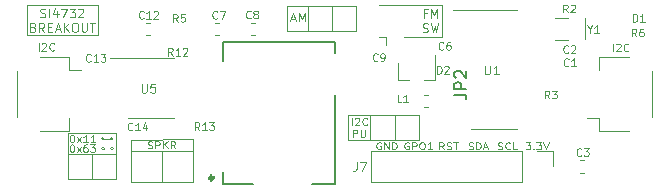
<source format=gbr>
%TF.GenerationSoftware,KiCad,Pcbnew,(5.1.6-0-10_14)*%
%TF.CreationDate,2020-10-15T10:38:44-05:00*%
%TF.ProjectId,MBRadio_4732_BO,4d425261-6469-46f5-9f34-3733325f424f,rev?*%
%TF.SameCoordinates,Original*%
%TF.FileFunction,Legend,Top*%
%TF.FilePolarity,Positive*%
%FSLAX46Y46*%
G04 Gerber Fmt 4.6, Leading zero omitted, Abs format (unit mm)*
G04 Created by KiCad (PCBNEW (5.1.6-0-10_14)) date 2020-10-15 10:38:44*
%MOMM*%
%LPD*%
G01*
G04 APERTURE LIST*
%ADD10C,0.100000*%
%ADD11C,0.120000*%
%ADD12C,0.127000*%
%ADD13C,0.340000*%
%ADD14C,0.150000*%
G04 APERTURE END LIST*
D10*
X80109761Y-94384047D02*
X80109761Y-93734047D01*
X80388333Y-93795952D02*
X80419285Y-93765000D01*
X80481190Y-93734047D01*
X80635952Y-93734047D01*
X80697857Y-93765000D01*
X80728809Y-93795952D01*
X80759761Y-93857857D01*
X80759761Y-93919761D01*
X80728809Y-94012619D01*
X80357380Y-94384047D01*
X80759761Y-94384047D01*
X81409761Y-94322142D02*
X81378809Y-94353095D01*
X81285952Y-94384047D01*
X81224047Y-94384047D01*
X81131190Y-94353095D01*
X81069285Y-94291190D01*
X81038333Y-94229285D01*
X81007380Y-94105476D01*
X81007380Y-94012619D01*
X81038333Y-93888809D01*
X81069285Y-93826904D01*
X81131190Y-93765000D01*
X81224047Y-93734047D01*
X81285952Y-93734047D01*
X81378809Y-93765000D01*
X81409761Y-93795952D01*
X31469761Y-94324047D02*
X31469761Y-93674047D01*
X31748333Y-93735952D02*
X31779285Y-93705000D01*
X31841190Y-93674047D01*
X31995952Y-93674047D01*
X32057857Y-93705000D01*
X32088809Y-93735952D01*
X32119761Y-93797857D01*
X32119761Y-93859761D01*
X32088809Y-93952619D01*
X31717380Y-94324047D01*
X32119761Y-94324047D01*
X32769761Y-94262142D02*
X32738809Y-94293095D01*
X32645952Y-94324047D01*
X32584047Y-94324047D01*
X32491190Y-94293095D01*
X32429285Y-94231190D01*
X32398333Y-94169285D01*
X32367380Y-94045476D01*
X32367380Y-93952619D01*
X32398333Y-93828809D01*
X32429285Y-93766904D01*
X32491190Y-93705000D01*
X32584047Y-93674047D01*
X32645952Y-93674047D01*
X32738809Y-93705000D01*
X32769761Y-93735952D01*
D11*
X54270000Y-91570000D02*
X54270000Y-90520000D01*
X55330000Y-92630000D02*
X56330000Y-92630000D01*
X52540000Y-90510000D02*
X56330000Y-90510000D01*
X52540000Y-92630000D02*
X52540000Y-90510000D01*
X54280000Y-92630000D02*
X52540000Y-92630000D01*
X65590000Y-93190000D02*
X63080000Y-93185000D01*
X65590000Y-90460000D02*
X65590000Y-93190000D01*
X63030000Y-90465000D02*
X65590000Y-90460000D01*
X57710000Y-101890000D02*
X59570000Y-101890000D01*
X57710000Y-99770000D02*
X57710000Y-101890000D01*
X59560000Y-99770000D02*
X57710000Y-99770000D01*
X59560000Y-99770000D02*
X59550000Y-100830000D01*
X61610000Y-99770000D02*
X59560000Y-99770000D01*
X61610000Y-101890000D02*
X60620000Y-101890000D01*
D10*
X57975476Y-100631428D02*
X57975476Y-100031428D01*
X58254047Y-100088571D02*
X58285000Y-100060000D01*
X58346904Y-100031428D01*
X58501666Y-100031428D01*
X58563571Y-100060000D01*
X58594523Y-100088571D01*
X58625476Y-100145714D01*
X58625476Y-100202857D01*
X58594523Y-100288571D01*
X58223095Y-100631428D01*
X58625476Y-100631428D01*
X59275476Y-100574285D02*
X59244523Y-100602857D01*
X59151666Y-100631428D01*
X59089761Y-100631428D01*
X58996904Y-100602857D01*
X58935000Y-100545714D01*
X58904047Y-100488571D01*
X58873095Y-100374285D01*
X58873095Y-100288571D01*
X58904047Y-100174285D01*
X58935000Y-100117142D01*
X58996904Y-100060000D01*
X59089761Y-100031428D01*
X59151666Y-100031428D01*
X59244523Y-100060000D01*
X59275476Y-100088571D01*
X58099285Y-101631428D02*
X58099285Y-101031428D01*
X58346904Y-101031428D01*
X58408809Y-101060000D01*
X58439761Y-101088571D01*
X58470714Y-101145714D01*
X58470714Y-101231428D01*
X58439761Y-101288571D01*
X58408809Y-101317142D01*
X58346904Y-101345714D01*
X58099285Y-101345714D01*
X58749285Y-101031428D02*
X58749285Y-101517142D01*
X58780238Y-101574285D01*
X58811190Y-101602857D01*
X58873095Y-101631428D01*
X58996904Y-101631428D01*
X59058809Y-101602857D01*
X59089761Y-101574285D01*
X59120714Y-101517142D01*
X59120714Y-101031428D01*
D11*
X37600000Y-102620000D02*
X37730000Y-102620000D01*
X36960000Y-102620000D02*
X36970000Y-102620000D01*
X36920000Y-102620000D02*
X36960000Y-102620000D01*
X38060000Y-105200000D02*
X38060000Y-104140000D01*
X36000000Y-105200000D02*
X38060000Y-105200000D01*
X36000000Y-103080000D02*
X36990000Y-103080000D01*
X38050000Y-101300000D02*
X38060000Y-103080000D01*
X33940000Y-101300000D02*
X38050000Y-101300000D01*
X33940000Y-103080000D02*
X33940000Y-101300000D01*
X36920000Y-101790000D02*
X37670000Y-101790000D01*
D10*
X37788167Y-102620000D02*
G75*
G03*
X37788167Y-102620000I-108167J0D01*
G01*
X37038167Y-102620000D02*
G75*
G03*
X37038167Y-102620000I-108167J0D01*
G01*
X37778167Y-101790000D02*
G75*
G03*
X37778167Y-101790000I-108167J0D01*
G01*
X37028167Y-101790000D02*
G75*
G03*
X37028167Y-101790000I-108167J0D01*
G01*
X34273571Y-101454047D02*
X34335476Y-101454047D01*
X34397380Y-101485000D01*
X34428333Y-101515952D01*
X34459285Y-101577857D01*
X34490238Y-101701666D01*
X34490238Y-101856428D01*
X34459285Y-101980238D01*
X34428333Y-102042142D01*
X34397380Y-102073095D01*
X34335476Y-102104047D01*
X34273571Y-102104047D01*
X34211666Y-102073095D01*
X34180714Y-102042142D01*
X34149761Y-101980238D01*
X34118809Y-101856428D01*
X34118809Y-101701666D01*
X34149761Y-101577857D01*
X34180714Y-101515952D01*
X34211666Y-101485000D01*
X34273571Y-101454047D01*
X34706904Y-102104047D02*
X35047380Y-101670714D01*
X34706904Y-101670714D02*
X35047380Y-102104047D01*
X35635476Y-102104047D02*
X35264047Y-102104047D01*
X35449761Y-102104047D02*
X35449761Y-101454047D01*
X35387857Y-101546904D01*
X35325952Y-101608809D01*
X35264047Y-101639761D01*
X36254523Y-102104047D02*
X35883095Y-102104047D01*
X36068809Y-102104047D02*
X36068809Y-101454047D01*
X36006904Y-101546904D01*
X35945000Y-101608809D01*
X35883095Y-101639761D01*
D11*
X41910000Y-105470000D02*
X40640000Y-105470000D01*
X41900000Y-102810000D02*
X39350000Y-102820000D01*
X44510000Y-101850000D02*
X44510000Y-102810000D01*
X39310000Y-101860000D02*
X44510000Y-101850000D01*
X39310000Y-104140000D02*
X39310000Y-101860000D01*
D10*
X40719285Y-102582857D02*
X40812142Y-102611428D01*
X40966904Y-102611428D01*
X41028809Y-102582857D01*
X41059761Y-102554285D01*
X41090714Y-102497142D01*
X41090714Y-102440000D01*
X41059761Y-102382857D01*
X41028809Y-102354285D01*
X40966904Y-102325714D01*
X40843095Y-102297142D01*
X40781190Y-102268571D01*
X40750238Y-102240000D01*
X40719285Y-102182857D01*
X40719285Y-102125714D01*
X40750238Y-102068571D01*
X40781190Y-102040000D01*
X40843095Y-102011428D01*
X40997857Y-102011428D01*
X41090714Y-102040000D01*
X41369285Y-102611428D02*
X41369285Y-102011428D01*
X41616904Y-102011428D01*
X41678809Y-102040000D01*
X41709761Y-102068571D01*
X41740714Y-102125714D01*
X41740714Y-102211428D01*
X41709761Y-102268571D01*
X41678809Y-102297142D01*
X41616904Y-102325714D01*
X41369285Y-102325714D01*
X42019285Y-102611428D02*
X42019285Y-102011428D01*
X42390714Y-102611428D02*
X42112142Y-102268571D01*
X42390714Y-102011428D02*
X42019285Y-102354285D01*
X43040714Y-102611428D02*
X42824047Y-102325714D01*
X42669285Y-102611428D02*
X42669285Y-102011428D01*
X42916904Y-102011428D01*
X42978809Y-102040000D01*
X43009761Y-102068571D01*
X43040714Y-102125714D01*
X43040714Y-102211428D01*
X43009761Y-102268571D01*
X42978809Y-102297142D01*
X42916904Y-102325714D01*
X42669285Y-102325714D01*
X62795238Y-102120000D02*
X62733333Y-102091428D01*
X62640476Y-102091428D01*
X62547619Y-102120000D01*
X62485714Y-102177142D01*
X62454761Y-102234285D01*
X62423809Y-102348571D01*
X62423809Y-102434285D01*
X62454761Y-102548571D01*
X62485714Y-102605714D01*
X62547619Y-102662857D01*
X62640476Y-102691428D01*
X62702380Y-102691428D01*
X62795238Y-102662857D01*
X62826190Y-102634285D01*
X62826190Y-102434285D01*
X62702380Y-102434285D01*
X63104761Y-102691428D02*
X63104761Y-102091428D01*
X63352380Y-102091428D01*
X63414285Y-102120000D01*
X63445238Y-102148571D01*
X63476190Y-102205714D01*
X63476190Y-102291428D01*
X63445238Y-102348571D01*
X63414285Y-102377142D01*
X63352380Y-102405714D01*
X63104761Y-102405714D01*
X63878571Y-102091428D02*
X64002380Y-102091428D01*
X64064285Y-102120000D01*
X64126190Y-102177142D01*
X64157142Y-102291428D01*
X64157142Y-102491428D01*
X64126190Y-102605714D01*
X64064285Y-102662857D01*
X64002380Y-102691428D01*
X63878571Y-102691428D01*
X63816666Y-102662857D01*
X63754761Y-102605714D01*
X63723809Y-102491428D01*
X63723809Y-102291428D01*
X63754761Y-102177142D01*
X63816666Y-102120000D01*
X63878571Y-102091428D01*
X64776190Y-102691428D02*
X64404761Y-102691428D01*
X64590476Y-102691428D02*
X64590476Y-102091428D01*
X64528571Y-102177142D01*
X64466666Y-102234285D01*
X64404761Y-102262857D01*
X65784047Y-102691428D02*
X65567380Y-102405714D01*
X65412619Y-102691428D02*
X65412619Y-102091428D01*
X65660238Y-102091428D01*
X65722142Y-102120000D01*
X65753095Y-102148571D01*
X65784047Y-102205714D01*
X65784047Y-102291428D01*
X65753095Y-102348571D01*
X65722142Y-102377142D01*
X65660238Y-102405714D01*
X65412619Y-102405714D01*
X66031666Y-102662857D02*
X66124523Y-102691428D01*
X66279285Y-102691428D01*
X66341190Y-102662857D01*
X66372142Y-102634285D01*
X66403095Y-102577142D01*
X66403095Y-102520000D01*
X66372142Y-102462857D01*
X66341190Y-102434285D01*
X66279285Y-102405714D01*
X66155476Y-102377142D01*
X66093571Y-102348571D01*
X66062619Y-102320000D01*
X66031666Y-102262857D01*
X66031666Y-102205714D01*
X66062619Y-102148571D01*
X66093571Y-102120000D01*
X66155476Y-102091428D01*
X66310238Y-102091428D01*
X66403095Y-102120000D01*
X66588809Y-102091428D02*
X66960238Y-102091428D01*
X66774523Y-102691428D02*
X66774523Y-102091428D01*
X72700476Y-102091428D02*
X73102857Y-102091428D01*
X72886190Y-102320000D01*
X72979047Y-102320000D01*
X73040952Y-102348571D01*
X73071904Y-102377142D01*
X73102857Y-102434285D01*
X73102857Y-102577142D01*
X73071904Y-102634285D01*
X73040952Y-102662857D01*
X72979047Y-102691428D01*
X72793333Y-102691428D01*
X72731428Y-102662857D01*
X72700476Y-102634285D01*
X73381428Y-102634285D02*
X73412380Y-102662857D01*
X73381428Y-102691428D01*
X73350476Y-102662857D01*
X73381428Y-102634285D01*
X73381428Y-102691428D01*
X73629047Y-102091428D02*
X74031428Y-102091428D01*
X73814761Y-102320000D01*
X73907619Y-102320000D01*
X73969523Y-102348571D01*
X74000476Y-102377142D01*
X74031428Y-102434285D01*
X74031428Y-102577142D01*
X74000476Y-102634285D01*
X73969523Y-102662857D01*
X73907619Y-102691428D01*
X73721904Y-102691428D01*
X73660000Y-102662857D01*
X73629047Y-102634285D01*
X74217142Y-102091428D02*
X74433809Y-102691428D01*
X74650476Y-102091428D01*
X70356190Y-102662857D02*
X70449047Y-102691428D01*
X70603809Y-102691428D01*
X70665714Y-102662857D01*
X70696666Y-102634285D01*
X70727619Y-102577142D01*
X70727619Y-102520000D01*
X70696666Y-102462857D01*
X70665714Y-102434285D01*
X70603809Y-102405714D01*
X70480000Y-102377142D01*
X70418095Y-102348571D01*
X70387142Y-102320000D01*
X70356190Y-102262857D01*
X70356190Y-102205714D01*
X70387142Y-102148571D01*
X70418095Y-102120000D01*
X70480000Y-102091428D01*
X70634761Y-102091428D01*
X70727619Y-102120000D01*
X71377619Y-102634285D02*
X71346666Y-102662857D01*
X71253809Y-102691428D01*
X71191904Y-102691428D01*
X71099047Y-102662857D01*
X71037142Y-102605714D01*
X71006190Y-102548571D01*
X70975238Y-102434285D01*
X70975238Y-102348571D01*
X71006190Y-102234285D01*
X71037142Y-102177142D01*
X71099047Y-102120000D01*
X71191904Y-102091428D01*
X71253809Y-102091428D01*
X71346666Y-102120000D01*
X71377619Y-102148571D01*
X71965714Y-102691428D02*
X71656190Y-102691428D01*
X71656190Y-102091428D01*
X67880714Y-102662857D02*
X67973571Y-102691428D01*
X68128333Y-102691428D01*
X68190238Y-102662857D01*
X68221190Y-102634285D01*
X68252142Y-102577142D01*
X68252142Y-102520000D01*
X68221190Y-102462857D01*
X68190238Y-102434285D01*
X68128333Y-102405714D01*
X68004523Y-102377142D01*
X67942619Y-102348571D01*
X67911666Y-102320000D01*
X67880714Y-102262857D01*
X67880714Y-102205714D01*
X67911666Y-102148571D01*
X67942619Y-102120000D01*
X68004523Y-102091428D01*
X68159285Y-102091428D01*
X68252142Y-102120000D01*
X68530714Y-102691428D02*
X68530714Y-102091428D01*
X68685476Y-102091428D01*
X68778333Y-102120000D01*
X68840238Y-102177142D01*
X68871190Y-102234285D01*
X68902142Y-102348571D01*
X68902142Y-102434285D01*
X68871190Y-102548571D01*
X68840238Y-102605714D01*
X68778333Y-102662857D01*
X68685476Y-102691428D01*
X68530714Y-102691428D01*
X69149761Y-102520000D02*
X69459285Y-102520000D01*
X69087857Y-102691428D02*
X69304523Y-102091428D01*
X69521190Y-102691428D01*
X60434761Y-102120000D02*
X60372857Y-102091428D01*
X60280000Y-102091428D01*
X60187142Y-102120000D01*
X60125238Y-102177142D01*
X60094285Y-102234285D01*
X60063333Y-102348571D01*
X60063333Y-102434285D01*
X60094285Y-102548571D01*
X60125238Y-102605714D01*
X60187142Y-102662857D01*
X60280000Y-102691428D01*
X60341904Y-102691428D01*
X60434761Y-102662857D01*
X60465714Y-102634285D01*
X60465714Y-102434285D01*
X60341904Y-102434285D01*
X60744285Y-102691428D02*
X60744285Y-102091428D01*
X61115714Y-102691428D01*
X61115714Y-102091428D01*
X61425238Y-102691428D02*
X61425238Y-102091428D01*
X61580000Y-102091428D01*
X61672857Y-102120000D01*
X61734761Y-102177142D01*
X61765714Y-102234285D01*
X61796666Y-102348571D01*
X61796666Y-102434285D01*
X61765714Y-102548571D01*
X61734761Y-102605714D01*
X61672857Y-102662857D01*
X61580000Y-102691428D01*
X61425238Y-102691428D01*
X34273571Y-102264047D02*
X34335476Y-102264047D01*
X34397380Y-102295000D01*
X34428333Y-102325952D01*
X34459285Y-102387857D01*
X34490238Y-102511666D01*
X34490238Y-102666428D01*
X34459285Y-102790238D01*
X34428333Y-102852142D01*
X34397380Y-102883095D01*
X34335476Y-102914047D01*
X34273571Y-102914047D01*
X34211666Y-102883095D01*
X34180714Y-102852142D01*
X34149761Y-102790238D01*
X34118809Y-102666428D01*
X34118809Y-102511666D01*
X34149761Y-102387857D01*
X34180714Y-102325952D01*
X34211666Y-102295000D01*
X34273571Y-102264047D01*
X34706904Y-102914047D02*
X35047380Y-102480714D01*
X34706904Y-102480714D02*
X35047380Y-102914047D01*
X35573571Y-102264047D02*
X35449761Y-102264047D01*
X35387857Y-102295000D01*
X35356904Y-102325952D01*
X35295000Y-102418809D01*
X35264047Y-102542619D01*
X35264047Y-102790238D01*
X35295000Y-102852142D01*
X35325952Y-102883095D01*
X35387857Y-102914047D01*
X35511666Y-102914047D01*
X35573571Y-102883095D01*
X35604523Y-102852142D01*
X35635476Y-102790238D01*
X35635476Y-102635476D01*
X35604523Y-102573571D01*
X35573571Y-102542619D01*
X35511666Y-102511666D01*
X35387857Y-102511666D01*
X35325952Y-102542619D01*
X35295000Y-102573571D01*
X35264047Y-102635476D01*
X35852142Y-102264047D02*
X36254523Y-102264047D01*
X36037857Y-102511666D01*
X36130714Y-102511666D01*
X36192619Y-102542619D01*
X36223571Y-102573571D01*
X36254523Y-102635476D01*
X36254523Y-102790238D01*
X36223571Y-102852142D01*
X36192619Y-102883095D01*
X36130714Y-102914047D01*
X35945000Y-102914047D01*
X35883095Y-102883095D01*
X35852142Y-102852142D01*
D11*
X30500000Y-90500000D02*
X36500000Y-90500000D01*
X36500000Y-93000000D02*
X36500000Y-90500000D01*
X30500000Y-93000000D02*
X36500000Y-93000000D01*
X30500000Y-90500000D02*
X30500000Y-93000000D01*
D10*
X31628571Y-91481071D02*
X31735714Y-91516785D01*
X31914285Y-91516785D01*
X31985714Y-91481071D01*
X32021428Y-91445357D01*
X32057142Y-91373928D01*
X32057142Y-91302500D01*
X32021428Y-91231071D01*
X31985714Y-91195357D01*
X31914285Y-91159642D01*
X31771428Y-91123928D01*
X31700000Y-91088214D01*
X31664285Y-91052500D01*
X31628571Y-90981071D01*
X31628571Y-90909642D01*
X31664285Y-90838214D01*
X31700000Y-90802500D01*
X31771428Y-90766785D01*
X31950000Y-90766785D01*
X32057142Y-90802500D01*
X32378571Y-91516785D02*
X32378571Y-90766785D01*
X33057142Y-91016785D02*
X33057142Y-91516785D01*
X32878571Y-90731071D02*
X32700000Y-91266785D01*
X33164285Y-91266785D01*
X33378571Y-90766785D02*
X33878571Y-90766785D01*
X33557142Y-91516785D01*
X34092857Y-90766785D02*
X34557142Y-90766785D01*
X34307142Y-91052500D01*
X34414285Y-91052500D01*
X34485714Y-91088214D01*
X34521428Y-91123928D01*
X34557142Y-91195357D01*
X34557142Y-91373928D01*
X34521428Y-91445357D01*
X34485714Y-91481071D01*
X34414285Y-91516785D01*
X34200000Y-91516785D01*
X34128571Y-91481071D01*
X34092857Y-91445357D01*
X34842857Y-90838214D02*
X34878571Y-90802500D01*
X34950000Y-90766785D01*
X35128571Y-90766785D01*
X35200000Y-90802500D01*
X35235714Y-90838214D01*
X35271428Y-90909642D01*
X35271428Y-90981071D01*
X35235714Y-91088214D01*
X34807142Y-91516785D01*
X35271428Y-91516785D01*
X31021428Y-92348928D02*
X31128571Y-92384642D01*
X31164285Y-92420357D01*
X31200000Y-92491785D01*
X31200000Y-92598928D01*
X31164285Y-92670357D01*
X31128571Y-92706071D01*
X31057142Y-92741785D01*
X30771428Y-92741785D01*
X30771428Y-91991785D01*
X31021428Y-91991785D01*
X31092857Y-92027500D01*
X31128571Y-92063214D01*
X31164285Y-92134642D01*
X31164285Y-92206071D01*
X31128571Y-92277500D01*
X31092857Y-92313214D01*
X31021428Y-92348928D01*
X30771428Y-92348928D01*
X31950000Y-92741785D02*
X31700000Y-92384642D01*
X31521428Y-92741785D02*
X31521428Y-91991785D01*
X31807142Y-91991785D01*
X31878571Y-92027500D01*
X31914285Y-92063214D01*
X31950000Y-92134642D01*
X31950000Y-92241785D01*
X31914285Y-92313214D01*
X31878571Y-92348928D01*
X31807142Y-92384642D01*
X31521428Y-92384642D01*
X32271428Y-92348928D02*
X32521428Y-92348928D01*
X32628571Y-92741785D02*
X32271428Y-92741785D01*
X32271428Y-91991785D01*
X32628571Y-91991785D01*
X32914285Y-92527500D02*
X33271428Y-92527500D01*
X32842857Y-92741785D02*
X33092857Y-91991785D01*
X33342857Y-92741785D01*
X33592857Y-92741785D02*
X33592857Y-91991785D01*
X34021428Y-92741785D02*
X33700000Y-92313214D01*
X34021428Y-91991785D02*
X33592857Y-92420357D01*
X34485714Y-91991785D02*
X34628571Y-91991785D01*
X34700000Y-92027500D01*
X34771428Y-92098928D01*
X34807142Y-92241785D01*
X34807142Y-92491785D01*
X34771428Y-92634642D01*
X34700000Y-92706071D01*
X34628571Y-92741785D01*
X34485714Y-92741785D01*
X34414285Y-92706071D01*
X34342857Y-92634642D01*
X34307142Y-92491785D01*
X34307142Y-92241785D01*
X34342857Y-92098928D01*
X34414285Y-92027500D01*
X34485714Y-91991785D01*
X35128571Y-91991785D02*
X35128571Y-92598928D01*
X35164285Y-92670357D01*
X35200000Y-92706071D01*
X35271428Y-92741785D01*
X35414285Y-92741785D01*
X35485714Y-92706071D01*
X35521428Y-92670357D01*
X35557142Y-92598928D01*
X35557142Y-91991785D01*
X35807142Y-91991785D02*
X36235714Y-91991785D01*
X36021428Y-92741785D02*
X36021428Y-91991785D01*
X52832857Y-91645000D02*
X53190000Y-91645000D01*
X52761428Y-91859285D02*
X53011428Y-91109285D01*
X53261428Y-91859285D01*
X53511428Y-91859285D02*
X53511428Y-91109285D01*
X53761428Y-91645000D01*
X54011428Y-91109285D01*
X54011428Y-91859285D01*
X64318571Y-91153928D02*
X64068571Y-91153928D01*
X64068571Y-91546785D02*
X64068571Y-90796785D01*
X64425714Y-90796785D01*
X64711428Y-91546785D02*
X64711428Y-90796785D01*
X64961428Y-91332500D01*
X65211428Y-90796785D01*
X65211428Y-91546785D01*
X63997142Y-92736071D02*
X64104285Y-92771785D01*
X64282857Y-92771785D01*
X64354285Y-92736071D01*
X64390000Y-92700357D01*
X64425714Y-92628928D01*
X64425714Y-92557500D01*
X64390000Y-92486071D01*
X64354285Y-92450357D01*
X64282857Y-92414642D01*
X64140000Y-92378928D01*
X64068571Y-92343214D01*
X64032857Y-92307500D01*
X63997142Y-92236071D01*
X63997142Y-92164642D01*
X64032857Y-92093214D01*
X64068571Y-92057500D01*
X64140000Y-92021785D01*
X64318571Y-92021785D01*
X64425714Y-92057500D01*
X64675714Y-92021785D02*
X64854285Y-92771785D01*
X64997142Y-92236071D01*
X65140000Y-92771785D01*
X65318571Y-92021785D01*
D11*
%TO.C,U5*%
X41000000Y-100060000D02*
X42950000Y-100060000D01*
X41000000Y-100060000D02*
X39050000Y-100060000D01*
X41000000Y-94940000D02*
X42950000Y-94940000D01*
X41000000Y-94940000D02*
X37550000Y-94940000D01*
%TO.C,C7*%
X46437221Y-91990000D02*
X46762779Y-91990000D01*
X46437221Y-93010000D02*
X46762779Y-93010000D01*
%TO.C,C12*%
X40587221Y-91990000D02*
X40912779Y-91990000D01*
X40587221Y-93010000D02*
X40912779Y-93010000D01*
%TO.C,D2*%
X61870000Y-96840000D02*
X62800000Y-96840000D01*
X65030000Y-96840000D02*
X64100000Y-96840000D01*
X65030000Y-96840000D02*
X65030000Y-94680000D01*
X61870000Y-96840000D02*
X61870000Y-95380000D01*
D12*
%TO.C,J3*%
X47100000Y-104600000D02*
X47100000Y-105600000D01*
X47100000Y-105600000D02*
X49600000Y-105600000D01*
X56600000Y-98100000D02*
X56600000Y-105600000D01*
X56600000Y-105600000D02*
X54600000Y-105600000D01*
X47100000Y-95200000D02*
X47100000Y-93600000D01*
X47100000Y-93600000D02*
X56600000Y-93600000D01*
X56600000Y-93600000D02*
X56600000Y-94500000D01*
D13*
X46270000Y-105100000D02*
G75*
G03*
X46270000Y-105100000I-170000J0D01*
G01*
D11*
%TO.C,J2*%
X81425000Y-101110000D02*
X78925000Y-101110000D01*
X78925000Y-101110000D02*
X78925000Y-100060000D01*
X78925000Y-100060000D02*
X77935000Y-100060000D01*
X81425000Y-94890000D02*
X78925000Y-94890000D01*
X78925000Y-94890000D02*
X78925000Y-95940000D01*
X83395000Y-99940000D02*
X83395000Y-96060000D01*
%TO.C,L1*%
X64422779Y-99080000D02*
X64097221Y-99080000D01*
X64422779Y-98060000D02*
X64097221Y-98060000D01*
%TO.C,U1*%
X70000000Y-100980000D02*
X71950000Y-100980000D01*
X70000000Y-100980000D02*
X68050000Y-100980000D01*
X70000000Y-90860000D02*
X71950000Y-90860000D01*
X70000000Y-90860000D02*
X66550000Y-90860000D01*
%TO.C,J1*%
X31585000Y-94890000D02*
X34085000Y-94890000D01*
X34085000Y-94890000D02*
X34085000Y-95940000D01*
X34085000Y-95940000D02*
X35075000Y-95940000D01*
X31585000Y-101110000D02*
X34085000Y-101110000D01*
X34085000Y-101110000D02*
X34085000Y-100060000D01*
X29615000Y-96060000D02*
X29615000Y-99940000D01*
%TO.C,J6*%
X39310000Y-105470000D02*
X39310000Y-104140000D01*
X40640000Y-105470000D02*
X39310000Y-105470000D01*
X41910000Y-105470000D02*
X41910000Y-102810000D01*
X41910000Y-102810000D02*
X44510000Y-102810000D01*
X41910000Y-105470000D02*
X44510000Y-105470000D01*
X44510000Y-105470000D02*
X44510000Y-102810000D01*
%TO.C,C8*%
X49487221Y-91990000D02*
X49812779Y-91990000D01*
X49487221Y-93010000D02*
X49812779Y-93010000D01*
%TO.C,J5*%
X60330000Y-90465000D02*
X63030000Y-90465000D01*
X60920000Y-93185000D02*
X60920000Y-93815000D01*
X63080000Y-93185000D02*
X62440000Y-93185000D01*
X60280000Y-93185000D02*
X60920000Y-93185000D01*
%TO.C,J4*%
X54270000Y-92630000D02*
X54270000Y-91570000D01*
X55330000Y-92630000D02*
X54270000Y-92630000D01*
X56330000Y-92630000D02*
X56330000Y-90510000D01*
X56330000Y-90510000D02*
X58390000Y-90510000D01*
X56330000Y-92630000D02*
X58390000Y-92630000D01*
X58390000Y-92630000D02*
X58390000Y-90510000D01*
%TO.C,JP1*%
X33940000Y-103080000D02*
X33940000Y-105200000D01*
X36000000Y-103080000D02*
X33940000Y-103080000D01*
X36000000Y-105200000D02*
X33940000Y-105200000D01*
X36000000Y-103080000D02*
X36000000Y-105200000D01*
X37000000Y-103080000D02*
X38060000Y-103080000D01*
X38060000Y-103080000D02*
X38060000Y-104140000D01*
%TO.C,J7*%
X74990000Y-102810000D02*
X74990000Y-104140000D01*
X73660000Y-102810000D02*
X74990000Y-102810000D01*
X72390000Y-102810000D02*
X72390000Y-105470000D01*
X72390000Y-105470000D02*
X59630000Y-105470000D01*
X72390000Y-102810000D02*
X59630000Y-102810000D01*
X59630000Y-102810000D02*
X59630000Y-105470000D01*
%TO.C,C3*%
X77632779Y-104650000D02*
X77307221Y-104650000D01*
X77632779Y-103630000D02*
X77307221Y-103630000D01*
%TO.C,Y1*%
X77710000Y-93380000D02*
X77710000Y-91580000D01*
X76310000Y-91530000D02*
X75210000Y-91530000D01*
X76310000Y-93430000D02*
X75210000Y-93430000D01*
%TO.C,JP2*%
X59550000Y-101890000D02*
X59550000Y-100830000D01*
X60610000Y-101890000D02*
X59550000Y-101890000D01*
X61610000Y-101890000D02*
X61610000Y-99770000D01*
X61610000Y-99770000D02*
X63670000Y-99770000D01*
X61610000Y-101890000D02*
X63670000Y-101890000D01*
X63670000Y-101890000D02*
X63670000Y-99770000D01*
D10*
%TO.C,D1*%
X81440000Y-91550000D02*
G75*
G03*
X81440000Y-91550000I-50000J0D01*
G01*
%TO.C,U5*%
X40188571Y-97128738D02*
X40188571Y-97736690D01*
X40224285Y-97808214D01*
X40260000Y-97843976D01*
X40331428Y-97879738D01*
X40474285Y-97879738D01*
X40545714Y-97843976D01*
X40581428Y-97808214D01*
X40617142Y-97736690D01*
X40617142Y-97128738D01*
X41331428Y-97128738D02*
X40974285Y-97128738D01*
X40938571Y-97486357D01*
X40974285Y-97450595D01*
X41045714Y-97414833D01*
X41224285Y-97414833D01*
X41295714Y-97450595D01*
X41331428Y-97486357D01*
X41367142Y-97557880D01*
X41367142Y-97736690D01*
X41331428Y-97808214D01*
X41295714Y-97843976D01*
X41224285Y-97879738D01*
X41045714Y-97879738D01*
X40974285Y-97843976D01*
X40938571Y-97808214D01*
%TO.C,C1*%
X76341666Y-95582142D02*
X76310714Y-95613095D01*
X76217857Y-95644047D01*
X76155952Y-95644047D01*
X76063095Y-95613095D01*
X76001190Y-95551190D01*
X75970238Y-95489285D01*
X75939285Y-95365476D01*
X75939285Y-95272619D01*
X75970238Y-95148809D01*
X76001190Y-95086904D01*
X76063095Y-95025000D01*
X76155952Y-94994047D01*
X76217857Y-94994047D01*
X76310714Y-95025000D01*
X76341666Y-95055952D01*
X76960714Y-95644047D02*
X76589285Y-95644047D01*
X76775000Y-95644047D02*
X76775000Y-94994047D01*
X76713095Y-95086904D01*
X76651190Y-95148809D01*
X76589285Y-95179761D01*
%TO.C,C2*%
X76311666Y-94462142D02*
X76280714Y-94493095D01*
X76187857Y-94524047D01*
X76125952Y-94524047D01*
X76033095Y-94493095D01*
X75971190Y-94431190D01*
X75940238Y-94369285D01*
X75909285Y-94245476D01*
X75909285Y-94152619D01*
X75940238Y-94028809D01*
X75971190Y-93966904D01*
X76033095Y-93905000D01*
X76125952Y-93874047D01*
X76187857Y-93874047D01*
X76280714Y-93905000D01*
X76311666Y-93935952D01*
X76559285Y-93935952D02*
X76590238Y-93905000D01*
X76652142Y-93874047D01*
X76806904Y-93874047D01*
X76868809Y-93905000D01*
X76899761Y-93935952D01*
X76930714Y-93997857D01*
X76930714Y-94059761D01*
X76899761Y-94152619D01*
X76528333Y-94524047D01*
X76930714Y-94524047D01*
%TO.C,C6*%
X65741666Y-94182142D02*
X65710714Y-94213095D01*
X65617857Y-94244047D01*
X65555952Y-94244047D01*
X65463095Y-94213095D01*
X65401190Y-94151190D01*
X65370238Y-94089285D01*
X65339285Y-93965476D01*
X65339285Y-93872619D01*
X65370238Y-93748809D01*
X65401190Y-93686904D01*
X65463095Y-93625000D01*
X65555952Y-93594047D01*
X65617857Y-93594047D01*
X65710714Y-93625000D01*
X65741666Y-93655952D01*
X66298809Y-93594047D02*
X66175000Y-93594047D01*
X66113095Y-93625000D01*
X66082142Y-93655952D01*
X66020238Y-93748809D01*
X65989285Y-93872619D01*
X65989285Y-94120238D01*
X66020238Y-94182142D01*
X66051190Y-94213095D01*
X66113095Y-94244047D01*
X66236904Y-94244047D01*
X66298809Y-94213095D01*
X66329761Y-94182142D01*
X66360714Y-94120238D01*
X66360714Y-93965476D01*
X66329761Y-93903571D01*
X66298809Y-93872619D01*
X66236904Y-93841666D01*
X66113095Y-93841666D01*
X66051190Y-93872619D01*
X66020238Y-93903571D01*
X65989285Y-93965476D01*
%TO.C,C7*%
X46591666Y-91562142D02*
X46560714Y-91593095D01*
X46467857Y-91624047D01*
X46405952Y-91624047D01*
X46313095Y-91593095D01*
X46251190Y-91531190D01*
X46220238Y-91469285D01*
X46189285Y-91345476D01*
X46189285Y-91252619D01*
X46220238Y-91128809D01*
X46251190Y-91066904D01*
X46313095Y-91005000D01*
X46405952Y-90974047D01*
X46467857Y-90974047D01*
X46560714Y-91005000D01*
X46591666Y-91035952D01*
X46808333Y-90974047D02*
X47241666Y-90974047D01*
X46963095Y-91624047D01*
%TO.C,C9*%
X60171666Y-95157142D02*
X60140714Y-95188095D01*
X60047857Y-95219047D01*
X59985952Y-95219047D01*
X59893095Y-95188095D01*
X59831190Y-95126190D01*
X59800238Y-95064285D01*
X59769285Y-94940476D01*
X59769285Y-94847619D01*
X59800238Y-94723809D01*
X59831190Y-94661904D01*
X59893095Y-94600000D01*
X59985952Y-94569047D01*
X60047857Y-94569047D01*
X60140714Y-94600000D01*
X60171666Y-94630952D01*
X60481190Y-95219047D02*
X60605000Y-95219047D01*
X60666904Y-95188095D01*
X60697857Y-95157142D01*
X60759761Y-95064285D01*
X60790714Y-94940476D01*
X60790714Y-94692857D01*
X60759761Y-94630952D01*
X60728809Y-94600000D01*
X60666904Y-94569047D01*
X60543095Y-94569047D01*
X60481190Y-94600000D01*
X60450238Y-94630952D01*
X60419285Y-94692857D01*
X60419285Y-94847619D01*
X60450238Y-94909523D01*
X60481190Y-94940476D01*
X60543095Y-94971428D01*
X60666904Y-94971428D01*
X60728809Y-94940476D01*
X60759761Y-94909523D01*
X60790714Y-94847619D01*
%TO.C,C12*%
X40362142Y-91552142D02*
X40331190Y-91583095D01*
X40238333Y-91614047D01*
X40176428Y-91614047D01*
X40083571Y-91583095D01*
X40021666Y-91521190D01*
X39990714Y-91459285D01*
X39959761Y-91335476D01*
X39959761Y-91242619D01*
X39990714Y-91118809D01*
X40021666Y-91056904D01*
X40083571Y-90995000D01*
X40176428Y-90964047D01*
X40238333Y-90964047D01*
X40331190Y-90995000D01*
X40362142Y-91025952D01*
X40981190Y-91614047D02*
X40609761Y-91614047D01*
X40795476Y-91614047D02*
X40795476Y-90964047D01*
X40733571Y-91056904D01*
X40671666Y-91118809D01*
X40609761Y-91149761D01*
X41228809Y-91025952D02*
X41259761Y-90995000D01*
X41321666Y-90964047D01*
X41476428Y-90964047D01*
X41538333Y-90995000D01*
X41569285Y-91025952D01*
X41600238Y-91087857D01*
X41600238Y-91149761D01*
X41569285Y-91242619D01*
X41197857Y-91614047D01*
X41600238Y-91614047D01*
%TO.C,C13*%
X35882142Y-95212142D02*
X35851190Y-95243095D01*
X35758333Y-95274047D01*
X35696428Y-95274047D01*
X35603571Y-95243095D01*
X35541666Y-95181190D01*
X35510714Y-95119285D01*
X35479761Y-94995476D01*
X35479761Y-94902619D01*
X35510714Y-94778809D01*
X35541666Y-94716904D01*
X35603571Y-94655000D01*
X35696428Y-94624047D01*
X35758333Y-94624047D01*
X35851190Y-94655000D01*
X35882142Y-94685952D01*
X36501190Y-95274047D02*
X36129761Y-95274047D01*
X36315476Y-95274047D02*
X36315476Y-94624047D01*
X36253571Y-94716904D01*
X36191666Y-94778809D01*
X36129761Y-94809761D01*
X36717857Y-94624047D02*
X37120238Y-94624047D01*
X36903571Y-94871666D01*
X36996428Y-94871666D01*
X37058333Y-94902619D01*
X37089285Y-94933571D01*
X37120238Y-94995476D01*
X37120238Y-95150238D01*
X37089285Y-95212142D01*
X37058333Y-95243095D01*
X36996428Y-95274047D01*
X36810714Y-95274047D01*
X36748809Y-95243095D01*
X36717857Y-95212142D01*
%TO.C,C14*%
X39422142Y-101022142D02*
X39391190Y-101053095D01*
X39298333Y-101084047D01*
X39236428Y-101084047D01*
X39143571Y-101053095D01*
X39081666Y-100991190D01*
X39050714Y-100929285D01*
X39019761Y-100805476D01*
X39019761Y-100712619D01*
X39050714Y-100588809D01*
X39081666Y-100526904D01*
X39143571Y-100465000D01*
X39236428Y-100434047D01*
X39298333Y-100434047D01*
X39391190Y-100465000D01*
X39422142Y-100495952D01*
X40041190Y-101084047D02*
X39669761Y-101084047D01*
X39855476Y-101084047D02*
X39855476Y-100434047D01*
X39793571Y-100526904D01*
X39731666Y-100588809D01*
X39669761Y-100619761D01*
X40598333Y-100650714D02*
X40598333Y-101084047D01*
X40443571Y-100403095D02*
X40288809Y-100867380D01*
X40691190Y-100867380D01*
%TO.C,D2*%
X65220238Y-96284047D02*
X65220238Y-95634047D01*
X65375000Y-95634047D01*
X65467857Y-95665000D01*
X65529761Y-95726904D01*
X65560714Y-95788809D01*
X65591666Y-95912619D01*
X65591666Y-96005476D01*
X65560714Y-96129285D01*
X65529761Y-96191190D01*
X65467857Y-96253095D01*
X65375000Y-96284047D01*
X65220238Y-96284047D01*
X65839285Y-95695952D02*
X65870238Y-95665000D01*
X65932142Y-95634047D01*
X66086904Y-95634047D01*
X66148809Y-95665000D01*
X66179761Y-95695952D01*
X66210714Y-95757857D01*
X66210714Y-95819761D01*
X66179761Y-95912619D01*
X65808333Y-96284047D01*
X66210714Y-96284047D01*
%TO.C,L1*%
X62171666Y-98704047D02*
X61862142Y-98704047D01*
X61862142Y-98054047D01*
X62728809Y-98704047D02*
X62357380Y-98704047D01*
X62543095Y-98704047D02*
X62543095Y-98054047D01*
X62481190Y-98146904D01*
X62419285Y-98208809D01*
X62357380Y-98239761D01*
%TO.C,R2*%
X76271666Y-91094047D02*
X76055000Y-90784523D01*
X75900238Y-91094047D02*
X75900238Y-90444047D01*
X76147857Y-90444047D01*
X76209761Y-90475000D01*
X76240714Y-90505952D01*
X76271666Y-90567857D01*
X76271666Y-90660714D01*
X76240714Y-90722619D01*
X76209761Y-90753571D01*
X76147857Y-90784523D01*
X75900238Y-90784523D01*
X76519285Y-90505952D02*
X76550238Y-90475000D01*
X76612142Y-90444047D01*
X76766904Y-90444047D01*
X76828809Y-90475000D01*
X76859761Y-90505952D01*
X76890714Y-90567857D01*
X76890714Y-90629761D01*
X76859761Y-90722619D01*
X76488333Y-91094047D01*
X76890714Y-91094047D01*
%TO.C,R5*%
X43241666Y-91894047D02*
X43025000Y-91584523D01*
X42870238Y-91894047D02*
X42870238Y-91244047D01*
X43117857Y-91244047D01*
X43179761Y-91275000D01*
X43210714Y-91305952D01*
X43241666Y-91367857D01*
X43241666Y-91460714D01*
X43210714Y-91522619D01*
X43179761Y-91553571D01*
X43117857Y-91584523D01*
X42870238Y-91584523D01*
X43829761Y-91244047D02*
X43520238Y-91244047D01*
X43489285Y-91553571D01*
X43520238Y-91522619D01*
X43582142Y-91491666D01*
X43736904Y-91491666D01*
X43798809Y-91522619D01*
X43829761Y-91553571D01*
X43860714Y-91615476D01*
X43860714Y-91770238D01*
X43829761Y-91832142D01*
X43798809Y-91863095D01*
X43736904Y-91894047D01*
X43582142Y-91894047D01*
X43520238Y-91863095D01*
X43489285Y-91832142D01*
%TO.C,R12*%
X42842142Y-94744047D02*
X42625476Y-94434523D01*
X42470714Y-94744047D02*
X42470714Y-94094047D01*
X42718333Y-94094047D01*
X42780238Y-94125000D01*
X42811190Y-94155952D01*
X42842142Y-94217857D01*
X42842142Y-94310714D01*
X42811190Y-94372619D01*
X42780238Y-94403571D01*
X42718333Y-94434523D01*
X42470714Y-94434523D01*
X43461190Y-94744047D02*
X43089761Y-94744047D01*
X43275476Y-94744047D02*
X43275476Y-94094047D01*
X43213571Y-94186904D01*
X43151666Y-94248809D01*
X43089761Y-94279761D01*
X43708809Y-94155952D02*
X43739761Y-94125000D01*
X43801666Y-94094047D01*
X43956428Y-94094047D01*
X44018333Y-94125000D01*
X44049285Y-94155952D01*
X44080238Y-94217857D01*
X44080238Y-94279761D01*
X44049285Y-94372619D01*
X43677857Y-94744047D01*
X44080238Y-94744047D01*
%TO.C,R13*%
X45092142Y-101064047D02*
X44875476Y-100754523D01*
X44720714Y-101064047D02*
X44720714Y-100414047D01*
X44968333Y-100414047D01*
X45030238Y-100445000D01*
X45061190Y-100475952D01*
X45092142Y-100537857D01*
X45092142Y-100630714D01*
X45061190Y-100692619D01*
X45030238Y-100723571D01*
X44968333Y-100754523D01*
X44720714Y-100754523D01*
X45711190Y-101064047D02*
X45339761Y-101064047D01*
X45525476Y-101064047D02*
X45525476Y-100414047D01*
X45463571Y-100506904D01*
X45401666Y-100568809D01*
X45339761Y-100599761D01*
X45927857Y-100414047D02*
X46330238Y-100414047D01*
X46113571Y-100661666D01*
X46206428Y-100661666D01*
X46268333Y-100692619D01*
X46299285Y-100723571D01*
X46330238Y-100785476D01*
X46330238Y-100940238D01*
X46299285Y-101002142D01*
X46268333Y-101033095D01*
X46206428Y-101064047D01*
X46020714Y-101064047D01*
X45958809Y-101033095D01*
X45927857Y-101002142D01*
%TO.C,U1*%
X69248571Y-95599285D02*
X69248571Y-96206428D01*
X69284285Y-96277857D01*
X69320000Y-96313571D01*
X69391428Y-96349285D01*
X69534285Y-96349285D01*
X69605714Y-96313571D01*
X69641428Y-96277857D01*
X69677142Y-96206428D01*
X69677142Y-95599285D01*
X70427142Y-96349285D02*
X69998571Y-96349285D01*
X70212857Y-96349285D02*
X70212857Y-95599285D01*
X70141428Y-95706428D01*
X70070000Y-95777857D01*
X69998571Y-95813571D01*
%TO.C,C8*%
X49421666Y-91542142D02*
X49390714Y-91573095D01*
X49297857Y-91604047D01*
X49235952Y-91604047D01*
X49143095Y-91573095D01*
X49081190Y-91511190D01*
X49050238Y-91449285D01*
X49019285Y-91325476D01*
X49019285Y-91232619D01*
X49050238Y-91108809D01*
X49081190Y-91046904D01*
X49143095Y-90985000D01*
X49235952Y-90954047D01*
X49297857Y-90954047D01*
X49390714Y-90985000D01*
X49421666Y-91015952D01*
X49793095Y-91232619D02*
X49731190Y-91201666D01*
X49700238Y-91170714D01*
X49669285Y-91108809D01*
X49669285Y-91077857D01*
X49700238Y-91015952D01*
X49731190Y-90985000D01*
X49793095Y-90954047D01*
X49916904Y-90954047D01*
X49978809Y-90985000D01*
X50009761Y-91015952D01*
X50040714Y-91077857D01*
X50040714Y-91108809D01*
X50009761Y-91170714D01*
X49978809Y-91201666D01*
X49916904Y-91232619D01*
X49793095Y-91232619D01*
X49731190Y-91263571D01*
X49700238Y-91294523D01*
X49669285Y-91356428D01*
X49669285Y-91480238D01*
X49700238Y-91542142D01*
X49731190Y-91573095D01*
X49793095Y-91604047D01*
X49916904Y-91604047D01*
X49978809Y-91573095D01*
X50009761Y-91542142D01*
X50040714Y-91480238D01*
X50040714Y-91356428D01*
X50009761Y-91294523D01*
X49978809Y-91263571D01*
X49916904Y-91232619D01*
%TO.C,R3*%
X74711666Y-98364047D02*
X74495000Y-98054523D01*
X74340238Y-98364047D02*
X74340238Y-97714047D01*
X74587857Y-97714047D01*
X74649761Y-97745000D01*
X74680714Y-97775952D01*
X74711666Y-97837857D01*
X74711666Y-97930714D01*
X74680714Y-97992619D01*
X74649761Y-98023571D01*
X74587857Y-98054523D01*
X74340238Y-98054523D01*
X74928333Y-97714047D02*
X75330714Y-97714047D01*
X75114047Y-97961666D01*
X75206904Y-97961666D01*
X75268809Y-97992619D01*
X75299761Y-98023571D01*
X75330714Y-98085476D01*
X75330714Y-98240238D01*
X75299761Y-98302142D01*
X75268809Y-98333095D01*
X75206904Y-98364047D01*
X75021190Y-98364047D01*
X74959285Y-98333095D01*
X74928333Y-98302142D01*
%TO.C,J7*%
X58410000Y-103769285D02*
X58410000Y-104305000D01*
X58374285Y-104412142D01*
X58302857Y-104483571D01*
X58195714Y-104519285D01*
X58124285Y-104519285D01*
X58695714Y-103769285D02*
X59195714Y-103769285D01*
X58874285Y-104519285D01*
%TO.C,C3*%
X77421666Y-103182142D02*
X77390714Y-103213095D01*
X77297857Y-103244047D01*
X77235952Y-103244047D01*
X77143095Y-103213095D01*
X77081190Y-103151190D01*
X77050238Y-103089285D01*
X77019285Y-102965476D01*
X77019285Y-102872619D01*
X77050238Y-102748809D01*
X77081190Y-102686904D01*
X77143095Y-102625000D01*
X77235952Y-102594047D01*
X77297857Y-102594047D01*
X77390714Y-102625000D01*
X77421666Y-102655952D01*
X77638333Y-102594047D02*
X78040714Y-102594047D01*
X77824047Y-102841666D01*
X77916904Y-102841666D01*
X77978809Y-102872619D01*
X78009761Y-102903571D01*
X78040714Y-102965476D01*
X78040714Y-103120238D01*
X78009761Y-103182142D01*
X77978809Y-103213095D01*
X77916904Y-103244047D01*
X77731190Y-103244047D01*
X77669285Y-103213095D01*
X77638333Y-103182142D01*
%TO.C,Y1*%
X78130476Y-92534523D02*
X78130476Y-92844047D01*
X77913809Y-92194047D02*
X78130476Y-92534523D01*
X78347142Y-92194047D01*
X78904285Y-92844047D02*
X78532857Y-92844047D01*
X78718571Y-92844047D02*
X78718571Y-92194047D01*
X78656666Y-92286904D01*
X78594761Y-92348809D01*
X78532857Y-92379761D01*
%TO.C,JP2*%
D14*
X66687379Y-98048334D02*
X67401665Y-98048334D01*
X67544522Y-98095953D01*
X67639760Y-98191191D01*
X67687379Y-98334048D01*
X67687379Y-98429286D01*
X67687379Y-97572143D02*
X66687379Y-97572143D01*
X66687379Y-97191191D01*
X66734999Y-97095953D01*
X66782618Y-97048334D01*
X66877856Y-97000715D01*
X67020713Y-97000715D01*
X67115951Y-97048334D01*
X67163570Y-97095953D01*
X67211189Y-97191191D01*
X67211189Y-97572143D01*
X66782618Y-96619762D02*
X66734999Y-96572143D01*
X66687379Y-96476905D01*
X66687379Y-96238810D01*
X66734999Y-96143572D01*
X66782618Y-96095953D01*
X66877856Y-96048334D01*
X66973094Y-96048334D01*
X67115951Y-96095953D01*
X67687379Y-96667381D01*
X67687379Y-96048334D01*
%TO.C,D1*%
D10*
X81790238Y-91874047D02*
X81790238Y-91224047D01*
X81945000Y-91224047D01*
X82037857Y-91255000D01*
X82099761Y-91316904D01*
X82130714Y-91378809D01*
X82161666Y-91502619D01*
X82161666Y-91595476D01*
X82130714Y-91719285D01*
X82099761Y-91781190D01*
X82037857Y-91843095D01*
X81945000Y-91874047D01*
X81790238Y-91874047D01*
X82780714Y-91874047D02*
X82409285Y-91874047D01*
X82595000Y-91874047D02*
X82595000Y-91224047D01*
X82533095Y-91316904D01*
X82471190Y-91378809D01*
X82409285Y-91409761D01*
%TO.C,R6*%
X82091666Y-93124047D02*
X81875000Y-92814523D01*
X81720238Y-93124047D02*
X81720238Y-92474047D01*
X81967857Y-92474047D01*
X82029761Y-92505000D01*
X82060714Y-92535952D01*
X82091666Y-92597857D01*
X82091666Y-92690714D01*
X82060714Y-92752619D01*
X82029761Y-92783571D01*
X81967857Y-92814523D01*
X81720238Y-92814523D01*
X82648809Y-92474047D02*
X82525000Y-92474047D01*
X82463095Y-92505000D01*
X82432142Y-92535952D01*
X82370238Y-92628809D01*
X82339285Y-92752619D01*
X82339285Y-93000238D01*
X82370238Y-93062142D01*
X82401190Y-93093095D01*
X82463095Y-93124047D01*
X82586904Y-93124047D01*
X82648809Y-93093095D01*
X82679761Y-93062142D01*
X82710714Y-93000238D01*
X82710714Y-92845476D01*
X82679761Y-92783571D01*
X82648809Y-92752619D01*
X82586904Y-92721666D01*
X82463095Y-92721666D01*
X82401190Y-92752619D01*
X82370238Y-92783571D01*
X82339285Y-92845476D01*
%TD*%
M02*

</source>
